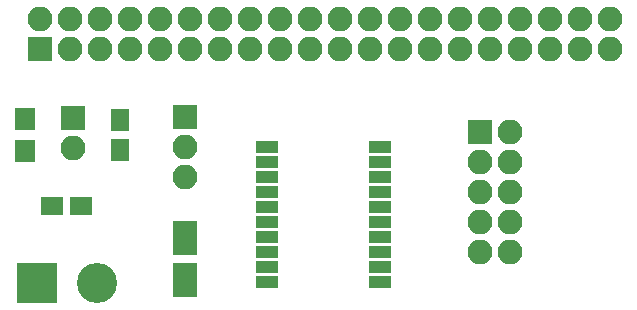
<source format=gbr>
G04 #@! TF.GenerationSoftware,KiCad,Pcbnew,(5.0.0)*
G04 #@! TF.CreationDate,2019-10-07T00:36:16+02:00*
G04 #@! TF.ProjectId,pizerospi,70697A65726F7370692E6B696361645F,rev?*
G04 #@! TF.SameCoordinates,Original*
G04 #@! TF.FileFunction,Soldermask,Top*
G04 #@! TF.FilePolarity,Negative*
%FSLAX46Y46*%
G04 Gerber Fmt 4.6, Leading zero omitted, Abs format (unit mm)*
G04 Created by KiCad (PCBNEW (5.0.0)) date 10/07/19 00:36:16*
%MOMM*%
%LPD*%
G01*
G04 APERTURE LIST*
%ADD10R,1.900000X1.650000*%
%ADD11O,2.100000X2.100000*%
%ADD12R,2.100000X2.100000*%
%ADD13C,3.400000*%
%ADD14R,3.400000X3.400000*%
%ADD15R,1.900000X1.000000*%
%ADD16R,1.650000X1.900000*%
%ADD17R,1.700000X1.900000*%
%ADD18R,2.000000X3.000000*%
G04 APERTURE END LIST*
D10*
G04 #@! TO.C,C1*
X25250000Y-35000000D03*
X22750000Y-35000000D03*
G04 #@! TD*
D11*
G04 #@! TO.C,J1*
X61540000Y-38910000D03*
X59000000Y-38910000D03*
X61540000Y-36370000D03*
X59000000Y-36370000D03*
X61540000Y-33830000D03*
X59000000Y-33830000D03*
X61540000Y-31290000D03*
X59000000Y-31290000D03*
X61540000Y-28750000D03*
D12*
X59000000Y-28750000D03*
G04 #@! TD*
D11*
G04 #@! TO.C,J2*
X70010000Y-19210000D03*
X70010000Y-21750000D03*
X67470000Y-19210000D03*
X67470000Y-21750000D03*
X64930000Y-19210000D03*
X64930000Y-21750000D03*
X62390000Y-19210000D03*
X62390000Y-21750000D03*
X59850000Y-19210000D03*
X59850000Y-21750000D03*
X57310000Y-19210000D03*
X57310000Y-21750000D03*
X54770000Y-19210000D03*
X54770000Y-21750000D03*
X52230000Y-19210000D03*
X52230000Y-21750000D03*
X49690000Y-19210000D03*
X49690000Y-21750000D03*
X47150000Y-19210000D03*
X47150000Y-21750000D03*
X44610000Y-19210000D03*
X44610000Y-21750000D03*
X42070000Y-19210000D03*
X42070000Y-21750000D03*
X39530000Y-19210000D03*
X39530000Y-21750000D03*
X36990000Y-19210000D03*
X36990000Y-21750000D03*
X34450000Y-19210000D03*
X34450000Y-21750000D03*
X31910000Y-19210000D03*
X31910000Y-21750000D03*
X29370000Y-19210000D03*
X29370000Y-21750000D03*
X26830000Y-19210000D03*
X26830000Y-21750000D03*
X24290000Y-19210000D03*
X24290000Y-21750000D03*
X21750000Y-19210000D03*
D12*
X21750000Y-21750000D03*
G04 #@! TD*
D13*
G04 #@! TO.C,J3*
X26580000Y-41500000D03*
D14*
X21500000Y-41500000D03*
G04 #@! TD*
D15*
G04 #@! TO.C,U1*
X50500000Y-30035000D03*
X50500000Y-31305000D03*
X50500000Y-32575000D03*
X50500000Y-33845000D03*
X50500000Y-35115000D03*
X50500000Y-36385000D03*
X50500000Y-37655000D03*
X50500000Y-38925000D03*
X50500000Y-40195000D03*
X50500000Y-41465000D03*
X41000000Y-41465000D03*
X41000000Y-40195000D03*
X41000000Y-38925000D03*
X41000000Y-37655000D03*
X41000000Y-30035000D03*
X41000000Y-31305000D03*
X41000000Y-32575000D03*
X41000000Y-33845000D03*
X41000000Y-35115000D03*
X41000000Y-36385000D03*
G04 #@! TD*
D16*
G04 #@! TO.C,C3*
X28500000Y-30250000D03*
X28500000Y-27750000D03*
G04 #@! TD*
D11*
G04 #@! TO.C,J4*
X24575001Y-30115001D03*
D12*
X24575001Y-27575001D03*
G04 #@! TD*
D17*
G04 #@! TO.C,R1*
X20500000Y-27650000D03*
X20500000Y-30350000D03*
G04 #@! TD*
D11*
G04 #@! TO.C,J5*
X34000000Y-32580000D03*
X34000000Y-30040000D03*
D12*
X34000000Y-27500000D03*
G04 #@! TD*
D18*
G04 #@! TO.C,C2*
X34000000Y-41300000D03*
X34000000Y-37700000D03*
G04 #@! TD*
M02*

</source>
